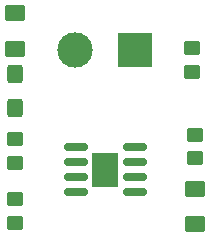
<source format=gbr>
%TF.GenerationSoftware,KiCad,Pcbnew,(6.0.10)*%
%TF.CreationDate,2023-02-16T14:38:27-08:00*%
%TF.ProjectId,lab4_ex2,6c616234-5f65-4783-922e-6b696361645f,rev?*%
%TF.SameCoordinates,Original*%
%TF.FileFunction,Soldermask,Top*%
%TF.FilePolarity,Negative*%
%FSLAX46Y46*%
G04 Gerber Fmt 4.6, Leading zero omitted, Abs format (unit mm)*
G04 Created by KiCad (PCBNEW (6.0.10)) date 2023-02-16 14:38:27*
%MOMM*%
%LPD*%
G01*
G04 APERTURE LIST*
G04 Aperture macros list*
%AMRoundRect*
0 Rectangle with rounded corners*
0 $1 Rounding radius*
0 $2 $3 $4 $5 $6 $7 $8 $9 X,Y pos of 4 corners*
0 Add a 4 corners polygon primitive as box body*
4,1,4,$2,$3,$4,$5,$6,$7,$8,$9,$2,$3,0*
0 Add four circle primitives for the rounded corners*
1,1,$1+$1,$2,$3*
1,1,$1+$1,$4,$5*
1,1,$1+$1,$6,$7*
1,1,$1+$1,$8,$9*
0 Add four rect primitives between the rounded corners*
20,1,$1+$1,$2,$3,$4,$5,0*
20,1,$1+$1,$4,$5,$6,$7,0*
20,1,$1+$1,$6,$7,$8,$9,0*
20,1,$1+$1,$8,$9,$2,$3,0*%
G04 Aperture macros list end*
%ADD10RoundRect,0.250000X-0.450000X0.350000X-0.450000X-0.350000X0.450000X-0.350000X0.450000X0.350000X0*%
%ADD11RoundRect,0.250000X0.450000X-0.350000X0.450000X0.350000X-0.450000X0.350000X-0.450000X-0.350000X0*%
%ADD12RoundRect,0.250000X0.425000X-0.537500X0.425000X0.537500X-0.425000X0.537500X-0.425000X-0.537500X0*%
%ADD13RoundRect,0.250001X0.624999X-0.462499X0.624999X0.462499X-0.624999X0.462499X-0.624999X-0.462499X0*%
%ADD14RoundRect,0.150000X-0.825000X-0.150000X0.825000X-0.150000X0.825000X0.150000X-0.825000X0.150000X0*%
%ADD15R,2.290000X3.000000*%
%ADD16R,3.000000X3.000000*%
%ADD17C,3.000000*%
%ADD18RoundRect,0.250001X-0.624999X0.462499X-0.624999X-0.462499X0.624999X-0.462499X0.624999X0.462499X0*%
G04 APERTURE END LIST*
D10*
%TO.C,R2*%
X154940000Y-101140000D03*
X154940000Y-103140000D03*
%TD*%
D11*
%TO.C,R4*%
X139700000Y-103540000D03*
X139700000Y-101540000D03*
%TD*%
%TO.C,R3*%
X139700000Y-108620000D03*
X139700000Y-106620000D03*
%TD*%
D10*
%TO.C,R1*%
X154645000Y-93838808D03*
X154645000Y-95838808D03*
%TD*%
D12*
%TO.C,C1*%
X139700000Y-98897500D03*
X139700000Y-96022500D03*
%TD*%
D13*
%TO.C,D1*%
X154940000Y-108707500D03*
X154940000Y-105732500D03*
%TD*%
D14*
%TO.C,U1*%
X144845000Y-102235000D03*
X144845000Y-103505000D03*
X144845000Y-104775000D03*
X144845000Y-106045000D03*
X149795000Y-106045000D03*
X149795000Y-104775000D03*
X149795000Y-103505000D03*
X149795000Y-102235000D03*
D15*
X147320000Y-104140000D03*
%TD*%
D16*
%TO.C,J1*%
X149860000Y-93980000D03*
D17*
X144780000Y-93980000D03*
%TD*%
D18*
%TO.C,D2*%
X139700000Y-90892500D03*
X139700000Y-93867500D03*
%TD*%
M02*

</source>
